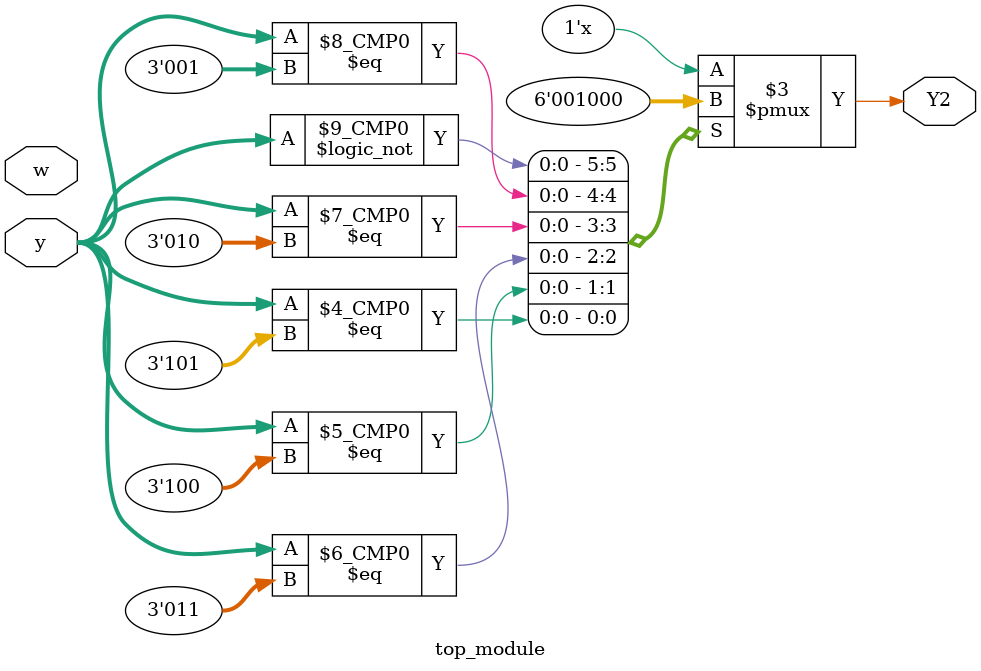
<source format=sv>
module top_module(
    input [3:1] y,
    input w,
    output reg Y2
);

always @(*) begin
    case (y)
        3'b000: Y2 = 1'b0; // State A
        3'b001: Y2 = 1'b0; // State B
        3'b010: Y2 = 1'b1; // State C
        3'b011: Y2 = 1'b0; // State D
        3'b100: Y2 = 1'b0; // State E
        3'b101: Y2 = 1'b0; // State F
        default: Y2 = 1'bx; // Invalid state
    endcase
end

endmodule

</source>
